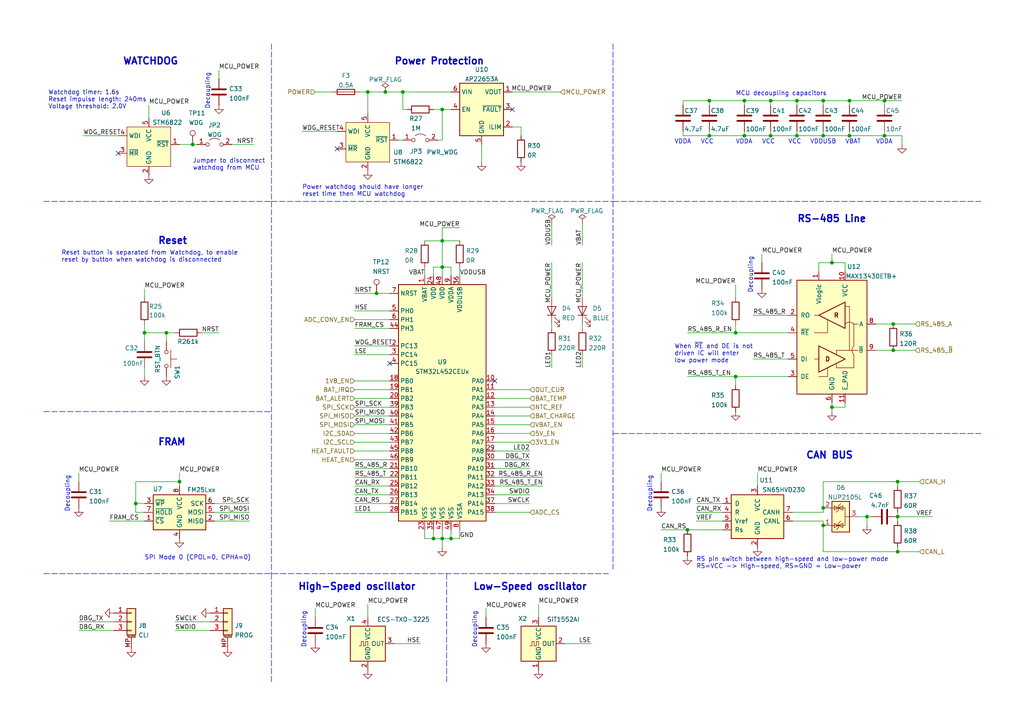
<source format=kicad_sch>
(kicad_sch (version 20210621) (generator eeschema)
  (paper "A4")
  (title_block (title "BUTCube - EPS") (date "2021-06-01") (rev "v1.0") (company "VUT - FIT(STRaDe) & FME(IAE & IPE)") (comment 1 "Author: Petr Malaník"))
  (lib_symbols
    (symbol "Connector:TestPoint" (pin_numbers hide) (pin_names (offset 0.762) hide)
      (property "Reference" "TP" (at 0 6.858 0))
      (property "Value" "TestPoint" (at 0 5.08 0))
      (symbol "TestPoint_1_1"
        (pin passive line (at 0 0 90) (length 2.54) (name "1") (number "1"))
      )
    )
    (symbol "Connector_Generic_MountingPin:Conn_01x03_MountingPin" (pin_names (offset 1.016) hide)
      (property "Reference" "J" (at 0 5.08 0))
      (property "Value" "Conn_01x03_MountingPin" (at 1.27 -5.08 0))
      (symbol "Conn_01x03_MountingPin_1_1"
        (text "Mounting" (at 0 -4.191 0) (effects (font (size 0.381 0.381))))
        (pin passive line (at -5.08 2.54 0) (length 3.81) (name "Pin_1") (number "1"))
        (pin passive line (at -5.08 0 0) (length 3.81) (name "Pin_2") (number "2"))
        (pin passive line (at -5.08 -2.54 0) (length 3.81) (name "Pin_3") (number "3"))
        (pin passive line (at 0 -7.62 90) (length 3.048) (name "MountPin") (number "MP"))
      )
    )
    (symbol "Device:C" (pin_numbers hide) (pin_names (offset 0.254))
      (property "Reference" "C" (at 0.635 2.54 0))
      (property "Value" "C" (at 0.635 -2.54 0))
      (symbol "C_1_1"
        (pin passive line (at 0 3.81 270) (length 2.794) (name "~") (number "1"))
        (pin passive line (at 0 -3.81 90) (length 2.794) (name "~") (number "2"))
      )
    )
    (symbol "Device:Fuse" (pin_numbers hide) (pin_names (offset 0))
      (property "Reference" "F" (at 2.032 0 90))
      (property "Value" "Fuse" (at -1.905 0 90))
      (symbol "Fuse_1_1"
        (pin passive line (at 0 3.81 270) (length 1.27) (name "~") (number "1"))
        (pin passive line (at 0 -3.81 90) (length 1.27) (name "~") (number "2"))
      )
    )
    (symbol "Device:LED" (pin_numbers hide) (pin_names (offset 1.016) hide)
      (property "Reference" "D" (at 0 2.54 0))
      (property "Value" "LED" (at 0 -2.54 0))
      (symbol "LED_1_1"
        (pin passive line (at -3.81 0 0) (length 2.54) (name "K") (number "1"))
        (pin passive line (at 3.81 0 180) (length 2.54) (name "A") (number "2"))
      )
    )
    (symbol "Device:R" (pin_numbers hide) (pin_names (offset 0))
      (property "Reference" "R" (at 2.032 0 90))
      (property "Value" "R" (at 0 0 90))
      (symbol "R_1_1"
        (pin passive line (at 0 3.81 270) (length 1.27) (name "~") (number "1"))
        (pin passive line (at 0 -3.81 90) (length 1.27) (name "~") (number "2"))
      )
    )
    (symbol "Interface_CAN_LIN:SN65HVD230" (pin_names (offset 1.016))
      (property "Reference" "U" (at -2.54 10.16 0))
      (property "Value" "SN65HVD230" (at -2.54 7.62 0))
      (symbol "SN65HVD230_1_1"
        (pin input line (at -10.16 2.54 0) (length 2.54) (name "D") (number "1"))
        (pin power_in line (at 0 -10.16 90) (length 2.54) (name "GND") (number "2"))
        (pin power_in line (at 0 7.62 270) (length 2.54) (name "VCC") (number "3"))
        (pin output line (at -10.16 0 0) (length 2.54) (name "R") (number "4"))
        (pin output line (at -10.16 -2.54 0) (length 2.54) (name "Vref") (number "5"))
        (pin bidirectional line (at 10.16 -2.54 180) (length 2.54) (name "CANL") (number "6"))
        (pin bidirectional line (at 10.16 0 180) (length 2.54) (name "CANH") (number "7"))
        (pin input line (at -10.16 -5.08 0) (length 2.54) (name "Rs") (number "8"))
      )
    )
    (symbol "Jumper:Jumper_2_Open" (pin_names (offset 0) hide)
      (property "Reference" "JP" (at 0 2.794 0))
      (property "Value" "Jumper_2_Open" (at 0 -2.286 0))
      (symbol "Jumper_2_Open_1_1"
        (pin passive line (at -5.08 0 0) (length 2.54) (name "A") (number "1"))
        (pin passive line (at 5.08 0 180) (length 2.54) (name "B") (number "2"))
      )
    )
    (symbol "MCU_ST_STM32L4:STM32L452CEUx"
      (property "Reference" "U" (at -12.7 34.29 0))
      (property "Value" "STM32L452CEUx" (at 7.62 34.29 0))
      (symbol "STM32L452CEUx_1_1"
        (pin power_in line (at -5.08 35.56 270) (length 2.54) (name "VBAT") (number "1"))
        (pin bidirectional line (at 15.24 5.08 180) (length 2.54) (name "PA0") (number "10"))
        (pin bidirectional line (at 15.24 2.54 180) (length 2.54) (name "PA1") (number "11"))
        (pin bidirectional line (at 15.24 0 180) (length 2.54) (name "PA2") (number "12"))
        (pin bidirectional line (at 15.24 -2.54 180) (length 2.54) (name "PA3") (number "13"))
        (pin bidirectional line (at 15.24 -5.08 180) (length 2.54) (name "PA4") (number "14"))
        (pin bidirectional line (at 15.24 -7.62 180) (length 2.54) (name "PA5") (number "15"))
        (pin bidirectional line (at 15.24 -10.16 180) (length 2.54) (name "PA6") (number "16"))
        (pin bidirectional line (at 15.24 -12.7 180) (length 2.54) (name "PA7") (number "17"))
        (pin bidirectional line (at -15.24 5.08 0) (length 2.54) (name "PB0") (number "18"))
        (pin bidirectional line (at -15.24 2.54 0) (length 2.54) (name "PB1") (number "19"))
        (pin bidirectional line (at -15.24 15.24 0) (length 2.54) (name "PC13") (number "2"))
        (pin bidirectional line (at -15.24 0 0) (length 2.54) (name "PB2") (number "20"))
        (pin bidirectional line (at -15.24 -20.32 0) (length 2.54) (name "PB10") (number "21"))
        (pin bidirectional line (at -15.24 -22.86 0) (length 2.54) (name "PB11") (number "22"))
        (pin power_in line (at -5.08 -38.1 90) (length 2.54) (name "VSS") (number "23"))
        (pin power_in line (at -2.54 35.56 270) (length 2.54) (name "VDD") (number "24"))
        (pin bidirectional line (at -15.24 -25.4 0) (length 2.54) (name "PB12") (number "25"))
        (pin bidirectional line (at -15.24 -27.94 0) (length 2.54) (name "PB13") (number "26"))
        (pin bidirectional line (at -15.24 -30.48 0) (length 2.54) (name "PB14") (number "27"))
        (pin bidirectional line (at -15.24 -33.02 0) (length 2.54) (name "PB15") (number "28"))
        (pin bidirectional line (at 15.24 -15.24 180) (length 2.54) (name "PA8") (number "29"))
        (pin bidirectional line (at -15.24 12.7 0) (length 2.54) (name "PC14") (number "3"))
        (pin bidirectional line (at 15.24 -17.78 180) (length 2.54) (name "PA9") (number "30"))
        (pin bidirectional line (at 15.24 -20.32 180) (length 2.54) (name "PA10") (number "31"))
        (pin bidirectional line (at 15.24 -22.86 180) (length 2.54) (name "PA11") (number "32"))
        (pin bidirectional line (at 15.24 -25.4 180) (length 2.54) (name "PA12") (number "33"))
        (pin bidirectional line (at 15.24 -27.94 180) (length 2.54) (name "PA13") (number "34"))
        (pin power_in line (at -2.54 -38.1 90) (length 2.54) (name "VSS") (number "35"))
        (pin power_in line (at 5.08 35.56 270) (length 2.54) (name "VDDUSB") (number "36"))
        (pin bidirectional line (at 15.24 -30.48 180) (length 2.54) (name "PA14") (number "37"))
        (pin bidirectional line (at 15.24 -33.02 180) (length 2.54) (name "PA15") (number "38"))
        (pin bidirectional line (at -15.24 -2.54 0) (length 2.54) (name "PB3") (number "39"))
        (pin bidirectional line (at -15.24 10.16 0) (length 2.54) (name "PC15") (number "4"))
        (pin bidirectional line (at -15.24 -5.08 0) (length 2.54) (name "PB4") (number "40"))
        (pin bidirectional line (at -15.24 -7.62 0) (length 2.54) (name "PB5") (number "41"))
        (pin bidirectional line (at -15.24 -10.16 0) (length 2.54) (name "PB6") (number "42"))
        (pin bidirectional line (at -15.24 -12.7 0) (length 2.54) (name "PB7") (number "43"))
        (pin bidirectional line (at -15.24 20.32 0) (length 2.54) (name "PH3") (number "44"))
        (pin bidirectional line (at -15.24 -15.24 0) (length 2.54) (name "PB8") (number "45"))
        (pin bidirectional line (at -15.24 -17.78 0) (length 2.54) (name "PB9") (number "46"))
        (pin power_in line (at 0 -38.1 90) (length 2.54) (name "VSS") (number "47"))
        (pin power_in line (at 0 35.56 270) (length 2.54) (name "VDD") (number "48"))
        (pin power_in line (at 2.54 -38.1 90) (length 2.54) (name "VSS") (number "49"))
        (pin input line (at -15.24 25.4 0) (length 2.54) (name "PH0") (number "5"))
        (pin input line (at -15.24 22.86 0) (length 2.54) (name "PH1") (number "6"))
        (pin input line (at -15.24 30.48 0) (length 2.54) (name "NRST") (number "7"))
        (pin power_in line (at 5.08 -38.1 90) (length 2.54) (name "VSSA") (number "8"))
        (pin power_in line (at 2.54 35.56 270) (length 2.54) (name "VDDA") (number "9"))
      )
    )
    (symbol "Power_Protection:NUP2105L" (pin_names hide)
      (property "Reference" "D" (at 5.715 2.54 0))
      (property "Value" "NUP2105L" (at 5.715 0.635 0))
      (symbol "NUP2105L_0_0"
        (pin passive line (at 0 -5.08 90) (length 2.54) (name "A") (number "3"))
      )
      (symbol "NUP2105L_1_1"
        (pin passive line (at -2.54 5.08 270) (length 2.54) (name "K") (number "1"))
        (pin passive line (at 2.54 5.08 270) (length 2.54) (name "K") (number "2"))
      )
    )
    (symbol "Switch:SW_Push" (pin_numbers hide) (pin_names (offset 1.016) hide)
      (property "Reference" "SW" (at 1.27 2.54 0))
      (property "Value" "SW_Push" (at 0 -1.524 0))
      (symbol "SW_Push_0_1"
        (pin passive line (at -5.08 0 0) (length 2.54) (name "1") (number "1"))
        (pin passive line (at 5.08 0 180) (length 2.54) (name "2") (number "2"))
      )
    )
    (symbol "TCY_IC:MAX13430ETB+" (pin_names (offset 1.016))
      (property "Reference" "U" (at -10.16 19.05 0))
      (property "Value" "MAX13430ETB+" (at 5.08 19.05 0))
      (symbol "MAX13430ETB+_0_0"
        (text "D" (at -1.27 -5.08 0) (effects (font (size 1.27 1.27) bold)))
        (text "R" (at 1.27 7.62 0) (effects (font (size 1.27 1.27) bold)))
      )
      (symbol "MAX13430ETB+_1_1"
        (pin power_in line (at -3.81 20.32 270) (length 2.54) (name "Vlogic") (number "1"))
        (pin power_in line (at 3.81 20.32 270) (length 2.54) (name "VCC") (number "10"))
        (pin power_in line (at 3.81 -17.78 90) (length 2.54) (name "E_PAD") (number "11"))
        (pin output line (at -12.7 7.62 0) (length 2.54) (name "RO") (number "2"))
        (pin input line (at -12.7 -10.16 0) (length 2.54) (name "DE") (number "3"))
        (pin input line (at -12.7 2.54 0) (length 2.54) (name "~{RE}") (number "4"))
        (pin input line (at -12.7 -5.08 0) (length 2.54) (name "DI") (number "5"))
        (pin power_in line (at 0 -17.78 90) (length 2.54) (name "GND") (number "6"))
        (pin no_connect line (at 10.16 1.27 180) (length 2.54) hide (name "NC") (number "7"))
        (pin input line (at 12.7 5.08 180) (length 2.54) (name "A") (number "8"))
        (pin input line (at 12.7 -2.54 180) (length 2.54) (name "~{B}") (number "9"))
      )
    )
    (symbol "TCY_IC:STM6822"
      (property "Reference" "U" (at 6.35 13.97 0))
      (property "Value" "STM6822" (at 6.35 16.51 0))
      (symbol "STM6822_1_1"
        (pin open_collector line (at 8.89 6.35 180) (length 2.54) (name "~{RST}") (number "1"))
        (pin passive line (at 0 -2.54 90) (length 2.54) (name "GND") (number "2"))
        (pin input line (at -8.89 3.81 0) (length 2.54) (name "~{MR}") (number "3"))
        (pin input line (at -8.89 8.89 0) (length 2.54) (name "WDI") (number "4"))
        (pin power_in line (at 0 13.97 270) (length 2.54) (name "VCC") (number "5"))
      )
    )
    (symbol "TCY_memory:FM25Lxx"
      (property "Reference" "U" (at -7.62 6.35 0))
      (property "Value" "FM25Lxx" (at 2.54 -6.35 0))
      (symbol "FM25Lxx_1_1"
        (pin input line (at -10.16 -2.54 0) (length 2.54) (name "~{CS}") (number "1"))
        (pin tri_state line (at 10.16 -2.54 180) (length 2.54) (name "MISO") (number "2"))
        (pin input line (at -10.16 2.54 0) (length 2.54) (name "~{WP}") (number "3"))
        (pin power_in line (at 0 -7.62 90) (length 2.54) (name "GND") (number "4"))
        (pin input line (at 10.16 0 180) (length 2.54) (name "MOSI") (number "5"))
        (pin input line (at 10.16 2.54 180) (length 2.54) (name "SCK") (number "6"))
        (pin input line (at -10.16 0 0) (length 2.54) (name "~{HOLD}") (number "7"))
        (pin power_in line (at 0 7.62 270) (length 2.54) (name "VCC") (number "8"))
        (pin passive line (at 0 -7.62 90) (length 2.54) hide (name "GND") (number "9"))
      )
    )
    (symbol "TCY_ocillators:ECS-TXO-3225" (pin_names (offset 0.254))
      (property "Reference" "X" (at -6.35 6.35 0))
      (property "Value" "ECS-TXO-3225" (at 1.27 6.35 0))
      (symbol "ECS-TXO-3225_1_1"
        (pin no_connect line (at -7.62 0 0) (length 2.54) hide (name "NC") (number "1"))
        (pin power_in line (at 0 -7.62 90) (length 2.54) (name "GND") (number "2"))
        (pin output line (at 7.62 0 180) (length 2.54) (name "OUT") (number "3"))
        (pin power_in line (at 0 7.62 270) (length 2.54) (name "VCC") (number "4"))
      )
    )
    (symbol "TCY_ocillators:SiT1552AI" (pin_names (offset 0.254))
      (property "Reference" "X" (at -6.35 6.35 0))
      (property "Value" "SiT1552AI" (at 1.27 6.35 0))
      (symbol "SiT1552AI_1_1"
        (pin power_in line (at 0 -7.62 90) (length 2.54) (name "GND") (number "1"))
        (pin output line (at 7.62 0 180) (length 2.54) (name "OUT") (number "2"))
        (pin power_in line (at 0 7.62 270) (length 2.54) (name "VCC") (number "3"))
        (pin power_in line (at 0 -7.62 90) (length 2.54) hide (name "GND") (number "4"))
      )
    )
    (symbol "TCY_power_management:AP22653"
      (property "Reference" "U" (at 8.89 7.62 0))
      (property "Value" "AP22653" (at 0 7.62 0))
      (symbol "AP22653_1_1"
        (pin power_out line (at 8.89 2.54 180) (length 2.54) (name "VOUT") (number "1"))
        (pin passive line (at 8.89 -7.62 180) (length 2.54) (name "ILIM") (number "2"))
        (pin output line (at 8.89 -2.54 180) (length 2.54) (name "~{FAULT}") (number "3"))
        (pin input line (at -8.89 -2.54 0) (length 2.54) (name "EN") (number "4"))
        (pin passive line (at 0 -12.7 90) (length 2.54) (name "GND") (number "5"))
        (pin power_in line (at -8.89 2.54 0) (length 2.54) (name "VIN") (number "6"))
        (pin passive line (at 0 -12.7 90) (length 2.54) hide (name "E_PAD") (number "7"))
      )
    )
    (symbol "power:GND" (power) (pin_names (offset 0))
      (property "Value" "GND" (at 0 -3.81 0))
      (symbol "GND_1_1"
        (pin power_in line (at 0 0 270) (length 0) hide (name "GND") (number "1"))
      )
    )
    (symbol "power:PWR_FLAG" (power) (pin_numbers hide) (pin_names (offset 0) hide)
      (property "Value" "PWR_FLAG" (at 0 3.81 0))
      (symbol "PWR_FLAG_0_0"
        (pin power_out line (at 0 0 90) (length 0) (name "pwr") (number "1"))
      )
    )
  )
  (junction (at 39.37 146.05) (diameter 0.9144))
  (junction (at 41.91 96.52) (diameter 0.9144))
  (junction (at 48.26 96.52) (diameter 0.9144))
  (junction (at 52.07 139.7) (diameter 0.9144))
  (junction (at 55.88 41.91) (diameter 0.9144))
  (junction (at 106.68 26.67) (diameter 0.9144))
  (junction (at 109.22 85.09) (diameter 0.9144))
  (junction (at 111.76 26.67) (diameter 0.9144))
  (junction (at 116.84 26.67) (diameter 0.9144))
  (junction (at 125.73 156.21) (diameter 0.9144))
  (junction (at 128.27 31.75) (diameter 0.9144))
  (junction (at 128.27 69.85) (diameter 0.9144))
  (junction (at 128.27 77.47) (diameter 0.9144))
  (junction (at 128.27 156.21) (diameter 0.9144))
  (junction (at 130.81 156.21) (diameter 0.9144))
  (junction (at 199.39 153.67) (diameter 0.9144))
  (junction (at 205.74 29.21) (diameter 0.9144))
  (junction (at 205.74 39.37) (diameter 0.9144))
  (junction (at 213.36 96.52) (diameter 0.9144))
  (junction (at 213.36 109.22) (diameter 0.9144))
  (junction (at 215.9 29.21) (diameter 0.9144))
  (junction (at 215.9 39.37) (diameter 0.9144))
  (junction (at 223.52 29.21) (diameter 0.9144))
  (junction (at 223.52 39.37) (diameter 0.9144))
  (junction (at 231.14 29.21) (diameter 0.9144))
  (junction (at 231.14 39.37) (diameter 0.9144))
  (junction (at 238.76 29.21) (diameter 0.9144))
  (junction (at 238.76 39.37) (diameter 0.9144))
  (junction (at 238.76 147.32) (diameter 0.9144))
  (junction (at 238.76 152.4) (diameter 0.9144))
  (junction (at 241.3 76.2) (diameter 0.9144))
  (junction (at 241.3 118.11) (diameter 0.9144))
  (junction (at 246.38 29.21) (diameter 0.9144))
  (junction (at 246.38 39.37) (diameter 0.9144))
  (junction (at 251.46 149.86) (diameter 0.9144))
  (junction (at 256.54 29.21) (diameter 0.9144))
  (junction (at 256.54 39.37) (diameter 0.9144))
  (junction (at 259.08 93.98) (diameter 0.9144))
  (junction (at 259.08 101.6) (diameter 0.9144))
  (junction (at 260.35 139.7) (diameter 0.9144))
  (junction (at 260.35 149.86) (diameter 0.9144))
  (junction (at 260.35 160.02) (diameter 0.9144))
  (no_connect (at 34.29 44.45))
  (no_connect (at 97.79 43.18))
  (no_connect (at 113.03 105.41))
  (no_connect (at 143.51 110.49))
  (no_connect (at 148.59 31.75))
  (wire (pts (xy 22.86 137.16) (xy 22.86 139.7)))
  (wire (pts (xy 24.13 39.37) (xy 34.29 39.37)))
  (wire (pts (xy 31.75 151.13) (xy 41.91 151.13)))
  (wire (pts (xy 33.02 180.34) (xy 22.86 180.34)))
  (wire (pts (xy 33.02 182.88) (xy 22.86 182.88)))
  (wire (pts (xy 39.37 139.7) (xy 52.07 139.7)))
  (wire (pts (xy 39.37 146.05) (xy 39.37 139.7)))
  (wire (pts (xy 39.37 146.05) (xy 41.91 146.05)))
  (wire (pts (xy 39.37 148.59) (xy 39.37 146.05)))
  (wire (pts (xy 41.91 83.82) (xy 41.91 86.36)))
  (wire (pts (xy 41.91 93.98) (xy 41.91 96.52)))
  (wire (pts (xy 41.91 96.52) (xy 41.91 99.06)))
  (wire (pts (xy 41.91 96.52) (xy 48.26 96.52)))
  (wire (pts (xy 41.91 106.68) (xy 41.91 109.22)))
  (wire (pts (xy 41.91 148.59) (xy 39.37 148.59)))
  (wire (pts (xy 43.18 30.48) (xy 43.18 34.29)))
  (wire (pts (xy 48.26 96.52) (xy 48.26 99.06)))
  (wire (pts (xy 48.26 96.52) (xy 50.8 96.52)))
  (wire (pts (xy 52.07 41.91) (xy 55.88 41.91)))
  (wire (pts (xy 52.07 137.16) (xy 52.07 139.7)))
  (wire (pts (xy 52.07 139.7) (xy 52.07 140.97)))
  (wire (pts (xy 55.88 41.91) (xy 57.15 41.91)))
  (wire (pts (xy 58.42 96.52) (xy 63.5 96.52)))
  (wire (pts (xy 60.96 180.34) (xy 50.8 180.34)))
  (wire (pts (xy 60.96 182.88) (xy 50.8 182.88)))
  (wire (pts (xy 63.5 20.32) (xy 63.5 22.86)))
  (wire (pts (xy 67.31 41.91) (xy 73.66 41.91)))
  (wire (pts (xy 72.39 146.05) (xy 62.23 146.05)))
  (wire (pts (xy 72.39 148.59) (xy 62.23 148.59)))
  (wire (pts (xy 72.39 151.13) (xy 62.23 151.13)))
  (wire (pts (xy 87.63 38.1) (xy 97.79 38.1)))
  (wire (pts (xy 91.44 26.67) (xy 96.52 26.67)))
  (wire (pts (xy 91.44 176.53) (xy 91.44 179.07)))
  (wire (pts (xy 102.87 85.09) (xy 109.22 85.09)))
  (wire (pts (xy 102.87 90.17) (xy 113.03 90.17)))
  (wire (pts (xy 102.87 92.71) (xy 113.03 92.71)))
  (wire (pts (xy 102.87 95.25) (xy 113.03 95.25)))
  (wire (pts (xy 102.87 100.33) (xy 113.03 100.33)))
  (wire (pts (xy 102.87 102.87) (xy 113.03 102.87)))
  (wire (pts (xy 102.87 110.49) (xy 113.03 110.49)))
  (wire (pts (xy 102.87 113.03) (xy 113.03 113.03)))
  (wire (pts (xy 102.87 115.57) (xy 113.03 115.57)))
  (wire (pts (xy 102.87 118.11) (xy 113.03 118.11)))
  (wire (pts (xy 102.87 120.65) (xy 113.03 120.65)))
  (wire (pts (xy 102.87 123.19) (xy 113.03 123.19)))
  (wire (pts (xy 102.87 125.73) (xy 113.03 125.73)))
  (wire (pts (xy 102.87 128.27) (xy 113.03 128.27)))
  (wire (pts (xy 102.87 130.81) (xy 113.03 130.81)))
  (wire (pts (xy 102.87 133.35) (xy 113.03 133.35)))
  (wire (pts (xy 102.87 135.89) (xy 113.03 135.89)))
  (wire (pts (xy 102.87 138.43) (xy 113.03 138.43)))
  (wire (pts (xy 102.87 140.97) (xy 113.03 140.97)))
  (wire (pts (xy 102.87 143.51) (xy 113.03 143.51)))
  (wire (pts (xy 102.87 146.05) (xy 113.03 146.05)))
  (wire (pts (xy 102.87 148.59) (xy 113.03 148.59)))
  (wire (pts (xy 104.14 26.67) (xy 106.68 26.67)))
  (wire (pts (xy 106.68 26.67) (xy 111.76 26.67)))
  (wire (pts (xy 106.68 33.02) (xy 106.68 26.67)))
  (wire (pts (xy 106.68 175.26) (xy 106.68 179.07)))
  (wire (pts (xy 109.22 85.09) (xy 113.03 85.09)))
  (wire (pts (xy 111.76 26.67) (xy 116.84 26.67)))
  (wire (pts (xy 114.3 186.69) (xy 121.92 186.69)))
  (wire (pts (xy 115.57 40.64) (xy 116.84 40.64)))
  (wire (pts (xy 116.84 26.67) (xy 116.84 31.75)))
  (wire (pts (xy 116.84 26.67) (xy 130.81 26.67)))
  (wire (pts (xy 118.11 31.75) (xy 116.84 31.75)))
  (wire (pts (xy 123.19 69.85) (xy 128.27 69.85)))
  (wire (pts (xy 123.19 77.47) (xy 123.19 80.01)))
  (wire (pts (xy 123.19 156.21) (xy 123.19 153.67)))
  (wire (pts (xy 125.73 31.75) (xy 128.27 31.75)))
  (wire (pts (xy 125.73 77.47) (xy 125.73 80.01)))
  (wire (pts (xy 125.73 77.47) (xy 128.27 77.47)))
  (wire (pts (xy 125.73 153.67) (xy 125.73 156.21)))
  (wire (pts (xy 125.73 156.21) (xy 123.19 156.21)))
  (wire (pts (xy 127 40.64) (xy 128.27 40.64)))
  (wire (pts (xy 128.27 31.75) (xy 128.27 40.64)))
  (wire (pts (xy 128.27 31.75) (xy 130.81 31.75)))
  (wire (pts (xy 128.27 66.04) (xy 133.35 66.04)))
  (wire (pts (xy 128.27 69.85) (xy 128.27 66.04)))
  (wire (pts (xy 128.27 69.85) (xy 128.27 77.47)))
  (wire (pts (xy 128.27 69.85) (xy 133.35 69.85)))
  (wire (pts (xy 128.27 77.47) (xy 128.27 80.01)))
  (wire (pts (xy 128.27 153.67) (xy 128.27 156.21)))
  (wire (pts (xy 128.27 156.21) (xy 125.73 156.21)))
  (wire (pts (xy 128.27 156.21) (xy 130.81 156.21)))
  (wire (pts (xy 128.27 158.75) (xy 128.27 156.21)))
  (wire (pts (xy 130.81 77.47) (xy 128.27 77.47)))
  (wire (pts (xy 130.81 80.01) (xy 130.81 77.47)))
  (wire (pts (xy 130.81 153.67) (xy 130.81 156.21)))
  (wire (pts (xy 130.81 156.21) (xy 133.35 156.21)))
  (wire (pts (xy 133.35 77.47) (xy 133.35 80.01)))
  (wire (pts (xy 133.35 156.21) (xy 133.35 153.67)))
  (wire (pts (xy 139.7 41.91) (xy 139.7 46.99)))
  (wire (pts (xy 140.97 176.53) (xy 140.97 179.07)))
  (wire (pts (xy 143.51 113.03) (xy 153.67 113.03)))
  (wire (pts (xy 143.51 115.57) (xy 153.67 115.57)))
  (wire (pts (xy 143.51 118.11) (xy 153.67 118.11)))
  (wire (pts (xy 143.51 120.65) (xy 153.67 120.65)))
  (wire (pts (xy 143.51 123.19) (xy 153.67 123.19)))
  (wire (pts (xy 143.51 125.73) (xy 153.67 125.73)))
  (wire (pts (xy 143.51 128.27) (xy 153.67 128.27)))
  (wire (pts (xy 143.51 130.81) (xy 153.67 130.81)))
  (wire (pts (xy 143.51 133.35) (xy 153.67 133.35)))
  (wire (pts (xy 143.51 135.89) (xy 153.67 135.89)))
  (wire (pts (xy 143.51 138.43) (xy 157.48 138.43)))
  (wire (pts (xy 143.51 140.97) (xy 157.48 140.97)))
  (wire (pts (xy 143.51 143.51) (xy 153.67 143.51)))
  (wire (pts (xy 143.51 146.05) (xy 153.67 146.05)))
  (wire (pts (xy 143.51 148.59) (xy 153.67 148.59)))
  (wire (pts (xy 148.59 26.67) (xy 162.56 26.67)))
  (wire (pts (xy 148.59 36.83) (xy 151.13 36.83)))
  (wire (pts (xy 151.13 36.83) (xy 151.13 39.37)))
  (wire (pts (xy 156.21 175.26) (xy 156.21 179.07)))
  (wire (pts (xy 160.02 64.77) (xy 160.02 71.12)))
  (wire (pts (xy 160.02 76.2) (xy 160.02 86.36)))
  (wire (pts (xy 160.02 93.98) (xy 160.02 95.25)))
  (wire (pts (xy 160.02 102.87) (xy 160.02 106.68)))
  (wire (pts (xy 163.83 186.69) (xy 171.45 186.69)))
  (wire (pts (xy 168.91 64.77) (xy 168.91 71.12)))
  (wire (pts (xy 168.91 76.2) (xy 168.91 86.36)))
  (wire (pts (xy 168.91 93.98) (xy 168.91 95.25)))
  (wire (pts (xy 168.91 102.87) (xy 168.91 106.68)))
  (wire (pts (xy 191.77 137.16) (xy 191.77 139.7)))
  (wire (pts (xy 191.77 153.67) (xy 199.39 153.67)))
  (wire (pts (xy 198.12 29.21) (xy 205.74 29.21)))
  (wire (pts (xy 198.12 30.48) (xy 198.12 29.21)))
  (wire (pts (xy 198.12 39.37) (xy 198.12 38.1)))
  (wire (pts (xy 199.39 96.52) (xy 213.36 96.52)))
  (wire (pts (xy 199.39 109.22) (xy 213.36 109.22)))
  (wire (pts (xy 199.39 153.67) (xy 209.55 153.67)))
  (wire (pts (xy 201.93 146.05) (xy 209.55 146.05)))
  (wire (pts (xy 201.93 148.59) (xy 209.55 148.59)))
  (wire (pts (xy 201.93 151.13) (xy 209.55 151.13)))
  (wire (pts (xy 205.74 29.21) (xy 205.74 30.48)))
  (wire (pts (xy 205.74 29.21) (xy 215.9 29.21)))
  (wire (pts (xy 205.74 38.1) (xy 205.74 39.37)))
  (wire (pts (xy 205.74 39.37) (xy 198.12 39.37)))
  (wire (pts (xy 205.74 39.37) (xy 215.9 39.37)))
  (wire (pts (xy 213.36 82.55) (xy 213.36 86.36)))
  (wire (pts (xy 213.36 93.98) (xy 213.36 96.52)))
  (wire (pts (xy 213.36 96.52) (xy 228.6 96.52)))
  (wire (pts (xy 213.36 109.22) (xy 213.36 111.76)))
  (wire (pts (xy 213.36 109.22) (xy 228.6 109.22)))
  (wire (pts (xy 215.9 29.21) (xy 223.52 29.21)))
  (wire (pts (xy 215.9 30.48) (xy 215.9 29.21)))
  (wire (pts (xy 215.9 39.37) (xy 215.9 38.1)))
  (wire (pts (xy 218.44 91.44) (xy 228.6 91.44)))
  (wire (pts (xy 218.44 104.14) (xy 228.6 104.14)))
  (wire (pts (xy 219.71 137.16) (xy 219.71 140.97)))
  (wire (pts (xy 220.98 73.66) (xy 220.98 76.2)))
  (wire (pts (xy 223.52 29.21) (xy 231.14 29.21)))
  (wire (pts (xy 223.52 30.48) (xy 223.52 29.21)))
  (wire (pts (xy 223.52 39.37) (xy 215.9 39.37)))
  (wire (pts (xy 223.52 39.37) (xy 223.52 38.1)))
  (wire (pts (xy 229.87 148.59) (xy 238.76 148.59)))
  (wire (pts (xy 229.87 151.13) (xy 238.76 151.13)))
  (wire (pts (xy 231.14 29.21) (xy 231.14 30.48)))
  (wire (pts (xy 231.14 29.21) (xy 238.76 29.21)))
  (wire (pts (xy 231.14 38.1) (xy 231.14 39.37)))
  (wire (pts (xy 231.14 39.37) (xy 223.52 39.37)))
  (wire (pts (xy 237.49 76.2) (xy 241.3 76.2)))
  (wire (pts (xy 237.49 78.74) (xy 237.49 76.2)))
  (wire (pts (xy 238.76 29.21) (xy 238.76 30.48)))
  (wire (pts (xy 238.76 29.21) (xy 246.38 29.21)))
  (wire (pts (xy 238.76 38.1) (xy 238.76 39.37)))
  (wire (pts (xy 238.76 39.37) (xy 231.14 39.37)))
  (wire (pts (xy 238.76 139.7) (xy 238.76 147.32)))
  (wire (pts (xy 238.76 148.59) (xy 238.76 147.32)))
  (wire (pts (xy 238.76 151.13) (xy 238.76 152.4)))
  (wire (pts (xy 238.76 152.4) (xy 238.76 160.02)))
  (wire (pts (xy 241.3 76.2) (xy 241.3 73.66)))
  (wire (pts (xy 241.3 116.84) (xy 241.3 118.11)))
  (wire (pts (xy 241.3 118.11) (xy 241.3 119.38)))
  (wire (pts (xy 245.11 76.2) (xy 241.3 76.2)))
  (wire (pts (xy 245.11 78.74) (xy 245.11 76.2)))
  (wire (pts (xy 245.11 116.84) (xy 245.11 118.11)))
  (wire (pts (xy 245.11 118.11) (xy 241.3 118.11)))
  (wire (pts (xy 246.38 29.21) (xy 246.38 30.48)))
  (wire (pts (xy 246.38 29.21) (xy 256.54 29.21)))
  (wire (pts (xy 246.38 38.1) (xy 246.38 39.37)))
  (wire (pts (xy 246.38 39.37) (xy 238.76 39.37)))
  (wire (pts (xy 246.38 39.37) (xy 256.54 39.37)))
  (wire (pts (xy 248.92 149.86) (xy 251.46 149.86)))
  (wire (pts (xy 251.46 149.86) (xy 251.46 152.4)))
  (wire (pts (xy 251.46 149.86) (xy 252.73 149.86)))
  (wire (pts (xy 254 93.98) (xy 259.08 93.98)))
  (wire (pts (xy 254 101.6) (xy 259.08 101.6)))
  (wire (pts (xy 256.54 29.21) (xy 256.54 30.48)))
  (wire (pts (xy 256.54 29.21) (xy 261.62 29.21)))
  (wire (pts (xy 256.54 38.1) (xy 256.54 39.37)))
  (wire (pts (xy 256.54 39.37) (xy 261.62 39.37)))
  (wire (pts (xy 259.08 93.98) (xy 265.43 93.98)))
  (wire (pts (xy 259.08 101.6) (xy 265.43 101.6)))
  (wire (pts (xy 260.35 139.7) (xy 238.76 139.7)))
  (wire (pts (xy 260.35 139.7) (xy 260.35 140.97)))
  (wire (pts (xy 260.35 148.59) (xy 260.35 149.86)))
  (wire (pts (xy 260.35 149.86) (xy 270.51 149.86)))
  (wire (pts (xy 260.35 151.13) (xy 260.35 149.86)))
  (wire (pts (xy 260.35 158.75) (xy 260.35 160.02)))
  (wire (pts (xy 260.35 160.02) (xy 238.76 160.02)))
  (wire (pts (xy 261.62 39.37) (xy 261.62 41.91)))
  (wire (pts (xy 266.7 139.7) (xy 260.35 139.7)))
  (wire (pts (xy 266.7 160.02) (xy 260.35 160.02)))
  (polyline (pts (xy 12.7 58.42) (xy 78.74 58.42)) (stroke (width 0) (type dash)))
  (polyline (pts (xy 12.7 119.38) (xy 78.74 119.38)) (stroke (width 0) (type dash)))
  (polyline (pts (xy 12.7 166.37) (xy 176.53 166.37)) (stroke (width 0) (type dash)))
  (polyline (pts (xy 78.74 12.7) (xy 78.74 166.37)) (stroke (width 0) (type dash)))
  (polyline (pts (xy 78.74 58.42) (xy 177.8 58.42)) (stroke (width 0) (type dash)))
  (polyline (pts (xy 78.74 166.37) (xy 78.74 198.12)) (stroke (width 0) (type dash)))
  (polyline (pts (xy 129.54 166.37) (xy 129.54 198.12)) (stroke (width 0) (type dash)))
  (polyline (pts (xy 177.8 12.7) (xy 177.8 165.1)) (stroke (width 0) (type dash)))
  (polyline (pts (xy 177.8 58.42) (xy 284.48 58.42)) (stroke (width 0) (type dash)))
  (polyline (pts (xy 177.8 125.73) (xy 284.48 125.73)) (stroke (width 0) (type dash)))
  (text "Watchdog timer: 1.6s\nReset impulse length: 240ms\nVoltage threshold: 2.0V" (at 13.97 31.75 0) (effects (font (size 1.27 1.27)) (justify left bottom)))
  (text "Reset button is separated from Watchdog, to enable\nreset by button when watchdog is disconnected" (at 17.78 76.2 0) (effects (font (size 1.27 1.27)) (justify left bottom)))
  (text "Decoupling" (at 20.32 148.59 90) (effects (font (size 1.27 1.27)) (justify left bottom)))
  (text "WATCHDOG" (at 35.56 19.05 0) (effects (font (size 2 2) (thickness 0.4) bold) (justify left bottom)))
  (text "SPI Mode 0 (CPOL=0, CPHA=0)" (at 41.91 162.56 0) (effects (font (size 1.27 1.27)) (justify left bottom)))
  (text "Reset" (at 45.72 71.12 0) (effects (font (size 2 2) (thickness 0.4) bold) (justify left bottom)))
  (text "FRAM" (at 45.72 129.54 0) (effects (font (size 2 2) (thickness 0.4) bold) (justify left bottom)))
  (text "Jumper to disconnect\nwatchdog from MCU" (at 55.88 49.53 0) (effects (font (size 1.27 1.27)) (justify left bottom)))
  (text "Decoupling" (at 60.96 31.75 90) (effects (font (size 1.27 1.27)) (justify left bottom)))
  (text "High-Speed oscillator" (at 86.36 171.45 0) (effects (font (size 2 2) (thickness 0.4) bold) (justify left bottom)))
  (text "Power watchdog should have longer\nreset time then MCU watchdog" (at 87.63 57.15 0) (effects (font (size 1.27 1.27)) (justify left bottom)))
  (text "Decoupling" (at 88.9 187.96 90) (effects (font (size 1.27 1.27)) (justify left bottom)))
  (text "Power Protection" (at 114.3 19.05 0) (effects (font (size 2 2) (thickness 0.4) bold) (justify left bottom)))
  (text "Low-Speed oscillator" (at 137.16 171.45 0) (effects (font (size 2 2) (thickness 0.4) bold) (justify left bottom)))
  (text "Decoupling" (at 138.43 187.96 90) (effects (font (size 1.27 1.27)) (justify left bottom)))
  (text "Decoupling" (at 189.23 148.59 90) (effects (font (size 1.27 1.27)) (justify left bottom)))
  (text "VDDA" (at 195.58 41.91 0) (effects (font (size 1.27 1.27)) (justify left bottom)))
  (text "When ~{RE} and DE is not\ndriven IC will enter\nlow power mode" (at 195.58 105.41 0) (effects (font (size 1.27 1.27)) (justify left bottom)))
  (text "RS pin switch between high-speed and low-power mode\nRS=VCC -> High-speed, RS=GND = Low-power" (at 201.93 165.1 0) (effects (font (size 1.27 1.27)) (justify left bottom)))
  (text "VCC" (at 203.2 41.91 0) (effects (font (size 1.27 1.27)) (justify left bottom)))
  (text "MCU decoupling capacitors" (at 213.36 27.94 0) (effects (font (size 1.27 1.27)) (justify left bottom)))
  (text "VDDA" (at 213.36 41.91 0) (effects (font (size 1.27 1.27)) (justify left bottom)))
  (text "Decoupling" (at 218.44 85.09 90) (effects (font (size 1.27 1.27)) (justify left bottom)))
  (text "VCC" (at 220.98 41.91 0) (effects (font (size 1.27 1.27)) (justify left bottom)))
  (text "VCC" (at 228.6 41.91 0) (effects (font (size 1.27 1.27)) (justify left bottom)))
  (text "RS-485 Line" (at 231.14 64.77 0) (effects (font (size 2 2) (thickness 0.4) bold) (justify left bottom)))
  (text "CAN BUS" (at 233.68 133.35 0) (effects (font (size 2 2) (thickness 0.4) bold) (justify left bottom)))
  (text "VDDUSB" (at 234.95 41.91 0) (effects (font (size 1.27 1.27)) (justify left bottom)))
  (text "VBAT" (at 245.11 41.91 0) (effects (font (size 1.27 1.27)) (justify left bottom)))
  (text "VDDA" (at 254 41.91 0) (effects (font (size 1.27 1.27)) (justify left bottom)))
  (label "MCU_POWER" (at 22.86 137.16 0))
  (label "DBG_TX" (at 22.86 180.34 0))
  (label "DBG_RX" (at 22.86 182.88 0))
  (label "WDG_RESET" (at 24.13 39.37 0))
  (label "FRAM_CS" (at 31.75 151.13 0))
  (label "MCU_POWER" (at 41.91 83.82 0))
  (label "MCU_POWER" (at 43.18 30.48 0))
  (label "SWCLK" (at 50.8 180.34 0))
  (label "SWDIO" (at 50.8 182.88 0))
  (label "MCU_POWER" (at 52.07 137.16 0))
  (label "MCU_POWER" (at 63.5 20.32 0))
  (label "NRST" (at 63.5 96.52 180))
  (label "SPI_SCK" (at 72.39 146.05 180))
  (label "SPI_MOSI" (at 72.39 148.59 180))
  (label "SPI_MISO" (at 72.39 151.13 180))
  (label "NRST" (at 73.66 41.91 180))
  (label "WDG_RESET" (at 87.63 38.1 0))
  (label "MCU_POWER" (at 91.44 176.53 0))
  (label "NRST" (at 102.87 85.09 0))
  (label "HSE" (at 102.87 90.17 0))
  (label "FRAM_CS" (at 102.87 95.25 0))
  (label "WDG_RESET" (at 102.87 100.33 0))
  (label "LSE" (at 102.87 102.87 0))
  (label "SPI_SCK" (at 102.87 118.11 0))
  (label "SPI_MISO" (at 102.87 120.65 0))
  (label "SPI_MOSI" (at 102.87 123.19 0))
  (label "RS_485_R" (at 102.87 135.89 0))
  (label "RS_485_T" (at 102.87 138.43 0))
  (label "CAN_RX" (at 102.87 140.97 0))
  (label "CAN_TX" (at 102.87 143.51 0))
  (label "CAN_RS" (at 102.87 146.05 0))
  (label "LED1" (at 102.87 148.59 0))
  (label "MCU_POWER" (at 106.68 175.26 0))
  (label "HSE" (at 121.92 186.69 180))
  (label "VBAT" (at 123.19 80.01 180))
  (label "MCU_POWER" (at 133.35 66.04 180))
  (label "VDDUSB" (at 133.35 80.01 0))
  (label "GND" (at 133.35 156.21 0))
  (label "MCU_POWER" (at 140.97 176.53 0))
  (label "LED2" (at 153.67 130.81 180))
  (label "DBG_TX" (at 153.67 133.35 180))
  (label "DBG_RX" (at 153.67 135.89 180))
  (label "SWDIO" (at 153.67 143.51 180))
  (label "SWCLK" (at 153.67 146.05 180))
  (label "MCU_POWER" (at 156.21 175.26 0))
  (label "RS_485_R_EN" (at 157.48 138.43 180))
  (label "RS_485_T_EN" (at 157.48 140.97 180))
  (label "MCU_POWER" (at 160.02 26.67 180))
  (label "VDDUSB" (at 160.02 71.12 90))
  (label "MCU_POWER" (at 160.02 76.2 270))
  (label "LED1" (at 160.02 106.68 90))
  (label "VBAT" (at 168.91 71.12 90))
  (label "MCU_POWER" (at 168.91 76.2 270))
  (label "LED2" (at 168.91 106.68 90))
  (label "LSE" (at 171.45 186.69 180))
  (label "MCU_POWER" (at 191.77 137.16 0))
  (label "CAN_RS" (at 191.77 153.67 0))
  (label "RS_485_R_EN" (at 199.39 96.52 0))
  (label "RS_485_T_EN" (at 199.39 109.22 0))
  (label "CAN_TX" (at 201.93 146.05 0))
  (label "CAN_RX" (at 201.93 148.59 0))
  (label "VREF" (at 201.93 151.13 0))
  (label "MCU_POWER" (at 213.36 82.55 180))
  (label "RS_485_R" (at 218.44 91.44 0))
  (label "RS_485_T" (at 218.44 104.14 0))
  (label "MCU_POWER" (at 219.71 137.16 0))
  (label "MCU_POWER" (at 220.98 73.66 0))
  (label "MCU_POWER" (at 241.3 73.66 0))
  (label "MCU_POWER" (at 261.62 29.21 180))
  (label "VREF" (at 270.51 149.86 180))
  (hierarchical_label "POWER" (shape input) (at 91.44 26.67 180))
  (hierarchical_label "ADC_CONV_EN" (shape input) (at 102.87 92.71 180))
  (hierarchical_label "1V8_EN" (shape input) (at 102.87 110.49 180))
  (hierarchical_label "BAT_IRQ" (shape input) (at 102.87 113.03 180))
  (hierarchical_label "BAT_ALERT" (shape input) (at 102.87 115.57 180))
  (hierarchical_label "SPI_SCK" (shape input) (at 102.87 118.11 180))
  (hierarchical_label "SPI_MISO" (shape input) (at 102.87 120.65 180))
  (hierarchical_label "SPI_MOSI" (shape input) (at 102.87 123.19 180))
  (hierarchical_label "I2C_SDA" (shape input) (at 102.87 125.73 180))
  (hierarchical_label "I2C_SCL" (shape input) (at 102.87 128.27 180))
  (hierarchical_label "HEAT_FAULT" (shape input) (at 102.87 130.81 180))
  (hierarchical_label "HEAT_EN" (shape input) (at 102.87 133.35 180))
  (hierarchical_label "OUT_CUR" (shape input) (at 153.67 113.03 0))
  (hierarchical_label "BAT_TEMP" (shape input) (at 153.67 115.57 0))
  (hierarchical_label "NTC_REF" (shape input) (at 153.67 118.11 0))
  (hierarchical_label "BAT_CHARGE" (shape input) (at 153.67 120.65 0))
  (hierarchical_label "VBAT_EN" (shape input) (at 153.67 123.19 0))
  (hierarchical_label "5V_EN" (shape input) (at 153.67 125.73 0))
  (hierarchical_label "3V3_EN" (shape input) (at 153.67 128.27 0))
  (hierarchical_label "ADC_CS" (shape input) (at 153.67 148.59 0))
  (hierarchical_label "MCU_POWER" (shape input) (at 162.56 26.67 0))
  (hierarchical_label "RS_485_A" (shape input) (at 265.43 93.98 0))
  (hierarchical_label "RS_485_~{B}" (shape input) (at 265.43 101.6 0))
  (hierarchical_label "CAN_H" (shape input) (at 266.7 139.7 0))
  (hierarchical_label "CAN_L" (shape input) (at 266.7 160.02 0))
  (symbol (lib_id "power:PWR_FLAG") (at 111.76 26.67 0)
    (property "Reference" "#FLG07" (effects hide))
    (property "Value" "PWR_FLAG" (at 111.76 23.0654 0))
  )
  (symbol (lib_id "power:PWR_FLAG") (at 160.02 64.77 0)
    (property "Reference" "#FLG08" (effects hide))
    (property "Value" "PWR_FLAG" (at 158.75 61.1654 0))
  )
  (symbol (lib_id "power:PWR_FLAG") (at 168.91 64.77 0)
    (property "Reference" "#FLG09" (effects hide))
    (property "Value" "PWR_FLAG" (at 170.18 61.1654 0))
  )
  (symbol (lib_id "Connector:TestPoint") (at 55.88 41.91 0)
    (property "Reference" "TP11" (at 54.7371 32.81 0) (effects (justify left)))
    (property "Value" "WDG" (at 54.7371 35.5851 0) (effects (justify left)))
    (property "Footprint" "TCY_connectors:TestPoint_Pad_D0.5mm" (effects hide))
  )
  (symbol (lib_id "Connector:TestPoint") (at 109.22 85.09 0)
    (property "Reference" "TP12" (at 108.0771 75.99 0) (effects (justify left)))
    (property "Value" "NRST" (at 108.0771 78.7651 0) (effects (justify left)))
    (property "Footprint" "TCY_connectors:TestPoint_Pad_D0.5mm" (effects hide))
  )
  (symbol (lib_id "power:GND") (at 22.86 147.32 0)
    (property "Reference" "#PWR063" (effects hide))
    (property "Value" "GND" (effects hide))
  )
  (symbol (lib_id "power:GND") (at 33.02 177.8 270)
    (property "Reference" "#PWR064" (effects hide))
    (property "Value" "GND" (effects hide))
  )
  (symbol (lib_id "power:GND") (at 38.1 187.96 0)
    (property "Reference" "#PWR065" (effects hide))
    (property "Value" "GND" (effects hide))
  )
  (symbol (lib_id "power:GND") (at 41.91 109.22 0)
    (property "Reference" "#PWR066" (effects hide))
    (property "Value" "GND" (effects hide))
  )
  (symbol (lib_id "power:GND") (at 43.18 50.8 0)
    (property "Reference" "#PWR067" (effects hide))
    (property "Value" "GND" (effects hide))
  )
  (symbol (lib_id "power:GND") (at 48.26 109.22 0)
    (property "Reference" "#PWR068" (effects hide))
    (property "Value" "GND" (effects hide))
  )
  (symbol (lib_id "power:GND") (at 52.07 156.21 0)
    (property "Reference" "#PWR069" (effects hide))
    (property "Value" "GND" (effects hide))
  )
  (symbol (lib_id "power:GND") (at 60.96 177.8 270)
    (property "Reference" "#PWR070" (effects hide))
    (property "Value" "GND" (effects hide))
  )
  (symbol (lib_id "power:GND") (at 63.5 30.48 0)
    (property "Reference" "#PWR071" (effects hide))
    (property "Value" "GND" (effects hide))
  )
  (symbol (lib_id "power:GND") (at 66.04 187.96 0)
    (property "Reference" "#PWR072" (effects hide))
    (property "Value" "GND" (effects hide))
  )
  (symbol (lib_id "power:GND") (at 91.44 186.69 0)
    (property "Reference" "#PWR073" (effects hide))
    (property "Value" "GND" (effects hide))
  )
  (symbol (lib_id "power:GND") (at 106.68 49.53 0)
    (property "Reference" "#PWR074" (effects hide))
    (property "Value" "GND" (effects hide))
  )
  (symbol (lib_id "power:GND") (at 106.68 194.31 0)
    (property "Reference" "#PWR075" (effects hide))
    (property "Value" "GND" (effects hide))
  )
  (symbol (lib_id "power:GND") (at 128.27 158.75 0)
    (property "Reference" "#PWR076" (effects hide))
    (property "Value" "GND" (effects hide))
  )
  (symbol (lib_id "power:GND") (at 139.7 46.99 0)
    (property "Reference" "#PWR077" (effects hide))
    (property "Value" "GND" (effects hide))
  )
  (symbol (lib_id "power:GND") (at 140.97 186.69 0)
    (property "Reference" "#PWR078" (effects hide))
    (property "Value" "GND" (effects hide))
  )
  (symbol (lib_id "power:GND") (at 151.13 46.99 0)
    (property "Reference" "#PWR079" (effects hide))
    (property "Value" "GND" (effects hide))
  )
  (symbol (lib_id "power:GND") (at 156.21 194.31 0)
    (property "Reference" "#PWR080" (effects hide))
    (property "Value" "GND" (effects hide))
  )
  (symbol (lib_id "power:GND") (at 191.77 147.32 0)
    (property "Reference" "#PWR081" (effects hide))
    (property "Value" "GND" (effects hide))
  )
  (symbol (lib_id "power:GND") (at 199.39 161.29 0)
    (property "Reference" "#PWR082" (effects hide))
    (property "Value" "GND" (effects hide))
  )
  (symbol (lib_id "power:GND") (at 213.36 119.38 0)
    (property "Reference" "#PWR083" (effects hide))
    (property "Value" "GND" (effects hide))
  )
  (symbol (lib_id "power:GND") (at 219.71 158.75 0)
    (property "Reference" "#PWR084" (effects hide))
    (property "Value" "GND" (effects hide))
  )
  (symbol (lib_id "power:GND") (at 220.98 83.82 0)
    (property "Reference" "#PWR085" (effects hide))
    (property "Value" "GND" (effects hide))
  )
  (symbol (lib_id "power:GND") (at 241.3 119.38 0)
    (property "Reference" "#PWR086" (effects hide))
    (property "Value" "GND" (effects hide))
  )
  (symbol (lib_id "power:GND") (at 251.46 152.4 0)
    (property "Reference" "#PWR087" (effects hide))
    (property "Value" "GND" (effects hide))
  )
  (symbol (lib_id "power:GND") (at 261.62 41.91 0)
    (property "Reference" "#PWR088" (effects hide))
    (property "Value" "GND" (effects hide))
  )
  (symbol (lib_id "Device:Fuse") (at 100.33 26.67 90)
    (property "Reference" "F3" (at 100.33 21.9414 90))
    (property "Value" "0.5A" (at 100.33 24.7165 90))
    (property "Footprint" "Fuse:Fuse_0805_2012Metric" (effects hide))
  )
  (symbol (lib_id "Device:R") (at 41.91 90.17 0)
    (property "Reference" "R25" (at 43.18 88.9 0) (effects (justify left)))
    (property "Value" "100k" (at 43.18 91.44 0) (effects (justify left)))
    (property "Footprint" "TCY_passives:R_0603_1608Metric" (effects hide))
  )
  (symbol (lib_id "Device:R") (at 54.61 96.52 270)
    (property "Reference" "R26" (at 51.435 99.06 90) (effects (justify left)))
    (property "Value" "1k" (at 55.245 99.06 90) (effects (justify left)))
    (property "Footprint" "TCY_passives:R_0603_1608Metric" (effects hide))
  )
  (symbol (lib_id "Device:R") (at 121.92 31.75 90)
    (property "Reference" "R27" (at 120.65 34.3874 90))
    (property "Value" "1M" (at 120.65 37.1625 90))
    (property "Footprint" "TCY_passives:R_0603_1608Metric" (effects hide))
  )
  (symbol (lib_id "Device:R") (at 123.19 73.66 0)
    (property "Reference" "R28" (at 117.3481 72.7515 0) (effects (justify left)))
    (property "Value" "0R" (at 117.3481 75.5266 0) (effects (justify left)))
    (property "Footprint" "TCY_passives:R_0603_1608Metric" (effects hide))
  )
  (symbol (lib_id "Device:R") (at 133.35 73.66 0)
    (property "Reference" "R29" (at 135.1281 72.7515 0) (effects (justify left)))
    (property "Value" "0R" (at 135.1281 75.5266 0) (effects (justify left)))
    (property "Footprint" "TCY_passives:R_0603_1608Metric" (effects hide))
  )
  (symbol (lib_id "Device:R") (at 151.13 43.18 0)
    (property "Reference" "R30" (at 152.9081 42.2715 0) (effects (justify left)))
    (property "Value" "0R" (at 152.9081 45.0466 0) (effects (justify left)))
    (property "Footprint" "TCY_passives:R_0603_1608Metric" (effects hide))
  )
  (symbol (lib_id "Device:R") (at 160.02 99.06 0)
    (property "Reference" "R31" (at 161.7981 98.1515 0) (effects (justify left)))
    (property "Value" "220R" (at 161.7981 100.9266 0) (effects (justify left)))
    (property "Footprint" "TCY_passives:R_0603_1608Metric" (effects hide))
  )
  (symbol (lib_id "Device:R") (at 168.91 99.06 0)
    (property "Reference" "R32" (at 170.6881 98.1515 0) (effects (justify left)))
    (property "Value" "220R" (at 170.6881 100.9266 0) (effects (justify left)))
    (property "Footprint" "TCY_passives:R_0603_1608Metric" (effects hide))
  )
  (symbol (lib_id "Device:R") (at 199.39 157.48 0)
    (property "Reference" "R33" (at 192.2781 156.5715 0) (effects (justify left)))
    (property "Value" "100k" (at 192.2781 159.3466 0) (effects (justify left)))
    (property "Footprint" "TCY_passives:R_0603_1608Metric" (effects hide))
  )
  (symbol (lib_id "Device:R") (at 213.36 90.17 0)
    (property "Reference" "R34" (at 206.2481 87.9915 0) (effects (justify left)))
    (property "Value" "100k" (at 206.2481 90.7666 0) (effects (justify left)))
    (property "Footprint" "TCY_passives:R_0603_1608Metric" (effects hide))
  )
  (symbol (lib_id "Device:R") (at 213.36 115.57 0)
    (property "Reference" "R35" (at 206.2481 114.6615 0) (effects (justify left)))
    (property "Value" "100k" (at 206.2481 117.4366 0) (effects (justify left)))
    (property "Footprint" "TCY_passives:R_0603_1608Metric" (effects hide))
  )
  (symbol (lib_id "Device:R") (at 259.08 97.79 0)
    (property "Reference" "R36" (at 260.8581 96.8815 0) (effects (justify left)))
    (property "Value" "120R" (at 260.8581 99.6566 0) (effects (justify left)))
    (property "Footprint" "TCY_passives:R_0603_1608Metric" (effects hide))
  )
  (symbol (lib_id "Device:R") (at 260.35 144.78 0)
    (property "Reference" "R37" (at 262.1281 143.8715 0) (effects (justify left)))
    (property "Value" "60R" (at 262.1281 146.6466 0) (effects (justify left)))
    (property "Footprint" "TCY_passives:R_0603_1608Metric" (effects hide))
  )
  (symbol (lib_id "Device:R") (at 260.35 154.94 0)
    (property "Reference" "R38" (at 262.1281 154.0315 0) (effects (justify left)))
    (property "Value" "60R" (at 262.1281 156.8066 0) (effects (justify left)))
    (property "Footprint" "TCY_passives:R_0603_1608Metric" (effects hide))
  )
  (symbol (lib_id "Jumper:Jumper_2_Open") (at 62.23 41.91 0)
    (property "Reference" "JP2" (at 62.23 36.2924 0))
    (property "Value" "WDG" (at 62.23 39.0675 0))
    (property "Footprint" "Jumper:SolderJumper-2_P1.3mm_Open_RoundedPad1.0x1.5mm" (effects hide))
  )
  (symbol (lib_id "Jumper:Jumper_2_Open") (at 121.92 40.64 0)
    (property "Reference" "JP3" (at 120.65 43.9124 0))
    (property "Value" "PWR_WDG" (at 128.27 44.1475 0))
    (property "Footprint" "Jumper:SolderJumper-2_P1.3mm_Open_RoundedPad1.0x1.5mm" (effects hide))
  )
  (symbol (lib_id "Device:LED") (at 160.02 90.17 90)
    (property "Reference" "D4" (at 162.9411 89.452 90) (effects (justify right)))
    (property "Value" "RED" (at 162.9411 92.2271 90) (effects (justify right)))
    (property "Footprint" "LED_SMD:LED_0603_1608Metric_Castellated" (effects hide))
  )
  (symbol (lib_id "Device:LED") (at 168.91 90.17 90)
    (property "Reference" "D5" (at 171.8311 89.452 90) (effects (justify right)))
    (property "Value" "BLUE" (at 171.8311 92.2271 90) (effects (justify right)))
    (property "Footprint" "LED_SMD:LED_0603_1608Metric_Castellated" (effects hide))
  )
  (symbol (lib_id "Device:C") (at 22.86 143.51 0)
    (property "Reference" "C31" (at 25.7811 142.6015 0) (effects (justify left)))
    (property "Value" "100nF" (at 25.7811 145.3766 0) (effects (justify left)))
    (property "Footprint" "TCY_passives:C_0603_1608Metric" (effects hide))
  )
  (symbol (lib_id "Device:C") (at 41.91 102.87 0)
    (property "Reference" "C32" (at 36.195 100.965 0) (effects (justify left)))
    (property "Value" "100nF" (at 35.56 105.41 0) (effects (justify left)))
    (property "Footprint" "TCY_passives:C_0603_1608Metric" (effects hide))
  )
  (symbol (lib_id "Device:C") (at 63.5 26.67 0)
    (property "Reference" "C33" (at 66.4211 25.7615 0) (effects (justify left)))
    (property "Value" "100nF" (at 66.4211 28.5366 0) (effects (justify left)))
    (property "Footprint" "TCY_passives:C_0603_1608Metric" (effects hide))
  )
  (symbol (lib_id "Device:C") (at 91.44 182.88 0)
    (property "Reference" "C34" (at 94.3611 181.9715 0) (effects (justify left)))
    (property "Value" "100nF" (at 94.3611 184.7466 0) (effects (justify left)))
    (property "Footprint" "TCY_passives:C_0603_1608Metric" (effects hide))
  )
  (symbol (lib_id "Device:C") (at 140.97 182.88 0)
    (property "Reference" "C35" (at 143.8911 181.9715 0) (effects (justify left)))
    (property "Value" "100nF" (at 143.8911 184.7466 0) (effects (justify left)))
    (property "Footprint" "TCY_passives:C_0603_1608Metric" (effects hide))
  )
  (symbol (lib_id "Device:C") (at 191.77 143.51 0)
    (property "Reference" "C36" (at 194.6911 142.6015 0) (effects (justify left)))
    (property "Value" "100nF" (at 194.6911 145.3766 0) (effects (justify left)))
    (property "Footprint" "TCY_passives:C_0603_1608Metric" (effects hide))
  )
  (symbol (lib_id "Device:C") (at 198.12 34.29 0)
    (property "Reference" "C37" (at 198.5011 32.1115 0) (effects (justify left)))
    (property "Value" "4.7uF" (at 198.5011 37.4266 0) (effects (justify left)))
    (property "Footprint" "TCY_passives:C_0603_1608Metric" (effects hide))
  )
  (symbol (lib_id "Device:C") (at 205.74 34.29 0)
    (property "Reference" "C38" (at 206.1211 32.1115 0) (effects (justify left)))
    (property "Value" "4.7uF" (at 206.1211 37.4266 0) (effects (justify left)))
    (property "Footprint" "TCY_passives:C_0603_1608Metric" (effects hide))
  )
  (symbol (lib_id "Device:C") (at 215.9 34.29 0)
    (property "Reference" "C39" (at 216.2811 32.1115 0) (effects (justify left)))
    (property "Value" "100nF" (at 216.2811 37.4266 0) (effects (justify left)))
    (property "Footprint" "TCY_passives:C_0603_1608Metric" (effects hide))
  )
  (symbol (lib_id "Device:C") (at 220.98 80.01 0)
    (property "Reference" "C40" (at 223.9011 79.1015 0) (effects (justify left)))
    (property "Value" "100nF" (at 223.9011 81.8766 0) (effects (justify left)))
    (property "Footprint" "TCY_passives:C_0603_1608Metric" (effects hide))
  )
  (symbol (lib_id "Device:C") (at 223.52 34.29 0)
    (property "Reference" "C41" (at 223.9011 32.1115 0) (effects (justify left)))
    (property "Value" "100nF" (at 223.9011 37.4266 0) (effects (justify left)))
    (property "Footprint" "TCY_passives:C_0603_1608Metric" (effects hide))
  )
  (symbol (lib_id "Device:C") (at 231.14 34.29 0)
    (property "Reference" "C42" (at 231.5211 32.1115 0) (effects (justify left)))
    (property "Value" "100nF" (at 231.5211 37.4266 0) (effects (justify left)))
    (property "Footprint" "TCY_passives:C_0603_1608Metric" (effects hide))
  )
  (symbol (lib_id "Device:C") (at 238.76 34.29 0)
    (property "Reference" "C43" (at 239.1411 32.1115 0) (effects (justify left)))
    (property "Value" "100nF" (at 239.1411 37.4266 0) (effects (justify left)))
    (property "Footprint" "TCY_passives:C_0603_1608Metric" (effects hide))
  )
  (symbol (lib_id "Device:C") (at 246.38 34.29 0)
    (property "Reference" "C44" (at 246.7611 32.1115 0) (effects (justify left)))
    (property "Value" "100nF" (at 246.7611 37.4266 0) (effects (justify left)))
    (property "Footprint" "TCY_passives:C_0603_1608Metric" (effects hide))
  )
  (symbol (lib_id "Device:C") (at 256.54 34.29 0)
    (property "Reference" "C45" (at 256.9211 32.1115 0) (effects (justify left)))
    (property "Value" "10nF" (at 256.9211 37.4266 0) (effects (justify left)))
    (property "Footprint" "TCY_passives:C_0603_1608Metric" (effects hide))
  )
  (symbol (lib_id "Device:C") (at 256.54 149.86 90)
    (property "Reference" "C46" (at 254 143.7344 90))
    (property "Value" "4.7nF" (at 255.27 146.5095 90))
    (property "Footprint" "TCY_passives:C_0603_1608Metric" (effects hide))
  )
  (symbol (lib_id "Switch:SW_Push") (at 48.26 104.14 270)
    (property "Reference" "SW1" (at 51.435 107.95 0))
    (property "Value" "RST_BTN" (at 45.72 104.14 0))
    (property "Footprint" "TCY_buttons_switches:KMT031NGJLHS" (effects hide))
  )
  (symbol (lib_id "Connector_Generic_MountingPin:Conn_01x03_MountingPin") (at 38.1 180.34 0)
    (property "Reference" "J8" (at 40.1321 181.4635 0) (effects (justify left)))
    (property "Value" "CLI" (at 40.1321 184.2386 0) (effects (justify left)))
    (property "Footprint" "TCY_connectors:Amphenol_10114830-11103LF_1x03_P1.25mm_Horizontal" (effects hide))
  )
  (symbol (lib_id "Connector_Generic_MountingPin:Conn_01x03_MountingPin") (at 66.04 180.34 0)
    (property "Reference" "J9" (at 68.0721 181.4635 0) (effects (justify left)))
    (property "Value" "PROG" (at 68.0721 184.2386 0) (effects (justify left)))
    (property "Footprint" "TCY_connectors:Amphenol_10114830-11103LF_1x03_P1.25mm_Horizontal" (effects hide))
  )
  (symbol (lib_id "Power_Protection:NUP2105L") (at 243.84 149.86 90)
    (property "Reference" "D6" (at 243.84 141.4484 90))
    (property "Value" "NUP2105L" (at 245.11 144.2235 90))
    (property "Footprint" "Package_TO_SOT_SMD:SOT-23" (effects hide))
    (property "Datasheet" "http://www.onsemi.com/pub_link/Collateral/NUP2105L-D.PDF" (effects hide))
  )
  (symbol (lib_id "TCY_ocillators:SiT1552AI") (at 156.21 186.69 0)
    (property "Reference" "X2" (at 152.908 179.4315 0) (effects (justify right)))
    (property "Value" "SiT1552AI" (at 168.148 179.6666 0) (effects (justify right)))
    (property "Footprint" "TCY_oscillators:CSP-4_1.5x0.8mm" (effects hide))
    (property "Datasheet" "https://www.sitime.com/datasheet/SiT1552" (effects hide))
  )
  (symbol (lib_id "TCY_ocillators:ECS-TXO-3225") (at 106.68 186.69 0)
    (property "Reference" "X1" (at 103.1239 179.4315 0) (effects (justify right)))
    (property "Value" "ECS-TXO-3225" (at 124.7139 179.6666 0) (effects (justify right)))
    (property "Footprint" "TCY_oscillators:ECS-TXO-3225" (effects hide))
    (property "Datasheet" "https://ecsxtal.com/store/pdf/ECS-TXO-3225.pdf" (effects hide))
  )
  (symbol (lib_id "TCY_IC:STM6822") (at 43.18 48.26 0)
    (property "Reference" "U6" (at 46.7361 32.7465 0) (effects (justify left)))
    (property "Value" "STM6822" (at 44.1961 35.5216 0) (effects (justify left)))
    (property "Footprint" "Package_TO_SOT_SMD:SOT-23-5" (effects hide))
    (property "Datasheet" "https://www.st.com/resource/en/datasheet/stm6321.pdf" (effects hide))
  )
  (symbol (lib_id "TCY_IC:STM6822") (at 106.68 46.99 0)
    (property "Reference" "U8" (at 114.0461 44.1765 0) (effects (justify left)))
    (property "Value" "STM6822" (at 114.0461 46.9516 0) (effects (justify left)))
    (property "Footprint" "Package_TO_SOT_SMD:SOT-23-5" (effects hide))
    (property "Datasheet" "https://www.st.com/resource/en/datasheet/stm6321.pdf" (effects hide))
  )
  (symbol (lib_id "TCY_memory:FM25Lxx") (at 52.07 148.59 0)
    (property "Reference" "U7" (at 45.72 141.8294 0))
    (property "Value" "FM25Lxx" (at 58.42 142.0645 0))
    (property "Footprint" "TCY_IC:DFN-8-1EP_4.5x4mm_P0.95mm_EP3.6x2.6mm" (effects hide))
    (property "Datasheet" "https://www.cypress.com/file/136516/download" (effects hide))
  )
  (symbol (lib_id "TCY_power_management:AP22653") (at 139.7 29.21 0)
    (property "Reference" "U10" (at 139.7 20.1634 0))
    (property "Value" "AP22653A" (at 139.7 22.9385 0))
    (property "Footprint" "Package_DFN_QFN:DFN-6-1EP_2x2mm_P0.65mm_EP1x1.6mm" (effects hide))
    (property "Datasheet" "https://www.diodes.com/assets/Datasheets/AP22652_53_52A_53A.pdf" (effects hide))
  )
  (symbol (lib_id "Interface_CAN_LIN:SN65HVD230") (at 219.71 148.59 0)
    (property "Reference" "U11" (at 222.25 139.2894 0))
    (property "Value" "SN65HVD230" (at 227.33 142.0645 0))
    (property "Footprint" "Package_SO:SOIC-8_3.9x4.9mm_P1.27mm" (effects hide))
    (property "Datasheet" "http://www.ti.com/lit/ds/symlink/sn65hvd230.pdf" (effects hide))
  )
  (symbol (lib_id "TCY_IC:MAX13430ETB+") (at 241.3 99.06 0)
    (property "Reference" "U12" (at 247.65 77.3336 0))
    (property "Value" "MAX13430ETB+" (at 252.73 80.1087 0))
    (property "Footprint" "Package_DFN_QFN:DFN-10-1EP_3x3mm_P0.5mm_EP1.55x2.48mm" (effects hide))
    (property "Datasheet" "https://datasheets.maximintegrated.com/en/ds/MAX13430E-MAX13433E.pdf" (effects hide))
  )
  (symbol (lib_id "MCU_ST_STM32L4:STM32L452CEUx") (at 128.27 115.57 0)
    (property "Reference" "U9" (at 128.27 104.9994 0))
    (property "Value" "STM32L452CEUx" (at 128.27 107.7745 0))
    (property "Footprint" "Package_DFN_QFN:QFN-48-1EP_7x7mm_P0.5mm_EP5.6x5.6mm" (effects hide))
    (property "Datasheet" "http://www.st.com/st-web-ui/static/active/en/resource/technical/document/datasheet/DM00340549.pdf" (effects hide))
  )
)
</source>
